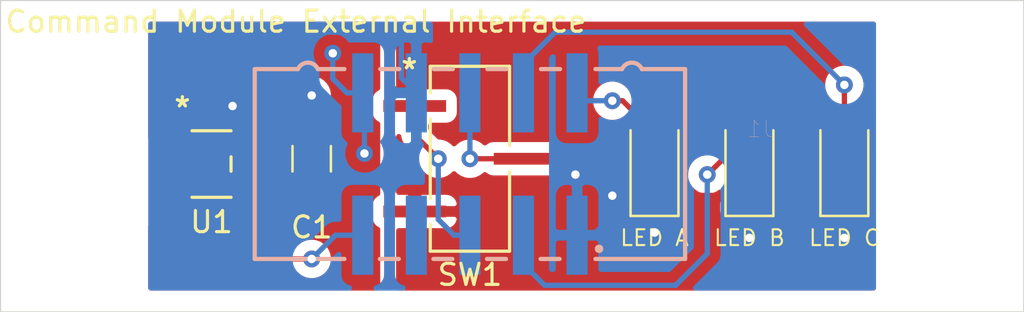
<source format=kicad_pcb>
(kicad_pcb (version 20171130) (host pcbnew "(5.1.4)-1")

  (general
    (thickness 1.6)
    (drawings 8)
    (tracks 89)
    (zones 0)
    (modules 9)
    (nets 12)
  )

  (page A4)
  (layers
    (0 F.Cu signal hide)
    (31 B.Cu signal hide)
    (32 B.Adhes user hide)
    (33 F.Adhes user)
    (34 B.Paste user hide)
    (35 F.Paste user)
    (36 B.SilkS user hide)
    (37 F.SilkS user)
    (38 B.Mask user hide)
    (39 F.Mask user)
    (40 Dwgs.User user hide)
    (41 Cmts.User user hide)
    (42 Eco1.User user)
    (43 Eco2.User user)
    (44 Edge.Cuts user)
    (45 Margin user)
    (46 B.CrtYd user hide)
    (47 F.CrtYd user)
    (48 B.Fab user)
    (49 F.Fab user hide)
  )

  (setup
    (last_trace_width 0.25)
    (trace_clearance 0.2)
    (zone_clearance 0.508)
    (zone_45_only no)
    (trace_min 0.2)
    (via_size 0.8)
    (via_drill 0.4)
    (via_min_size 0.4)
    (via_min_drill 0.3)
    (uvia_size 0.3)
    (uvia_drill 0.1)
    (uvias_allowed no)
    (uvia_min_size 0.2)
    (uvia_min_drill 0.1)
    (edge_width 0.05)
    (segment_width 0.2)
    (pcb_text_width 0.3)
    (pcb_text_size 1.5 1.5)
    (mod_edge_width 0.12)
    (mod_text_size 1 1)
    (mod_text_width 0.15)
    (pad_size 1.524 1.524)
    (pad_drill 0.762)
    (pad_to_mask_clearance 0.051)
    (solder_mask_min_width 0.25)
    (aux_axis_origin 0 0)
    (visible_elements 7FFFFFFF)
    (pcbplotparams
      (layerselection 0x010fc_ffffffff)
      (usegerberextensions false)
      (usegerberattributes false)
      (usegerberadvancedattributes false)
      (creategerberjobfile false)
      (excludeedgelayer true)
      (linewidth 0.100000)
      (plotframeref false)
      (viasonmask false)
      (mode 1)
      (useauxorigin false)
      (hpglpennumber 1)
      (hpglpenspeed 20)
      (hpglpendiameter 15.000000)
      (psnegative false)
      (psa4output false)
      (plotreference true)
      (plotvalue true)
      (plotinvisibletext false)
      (padsonsilk false)
      (subtractmaskfromsilk false)
      (outputformat 1)
      (mirror false)
      (drillshape 1)
      (scaleselection 1)
      (outputdirectory ""))
  )

  (net 0 "")
  (net 1 +3V3)
  (net 2 GNDS)
  (net 3 "Net-(D1-Pad2)")
  (net 4 GND)
  (net 5 "Net-(D2-Pad2)")
  (net 6 "Net-(D3-Pad2)")
  (net 7 +BATT)
  (net 8 "Net-(J1-Pad6)")
  (net 9 "Net-(J1-Pad7)")
  (net 10 /EXT_TEMP)
  (net 11 "Net-(U1-Pad3)")

  (net_class Default "This is the default net class."
    (clearance 0.2)
    (trace_width 0.25)
    (via_dia 0.8)
    (via_drill 0.4)
    (uvia_dia 0.3)
    (uvia_drill 0.1)
    (add_net +3V3)
    (add_net +BATT)
    (add_net /EXT_TEMP)
    (add_net GND)
    (add_net GNDS)
    (add_net "Net-(D1-Pad2)")
    (add_net "Net-(D2-Pad2)")
    (add_net "Net-(D3-Pad2)")
    (add_net "Net-(J1-Pad6)")
    (add_net "Net-(J1-Pad7)")
    (add_net "Net-(U1-Pad3)")
  )

  (module MountingHole:MountingHole_2.2mm_M2 (layer F.Cu) (tedit 56D1B4CB) (tstamp 5E9E7033)
    (at 107.75 57.5)
    (descr "Mounting Hole 2.2mm, no annular, M2")
    (tags "mounting hole 2.2mm no annular m2")
    (attr virtual)
    (fp_text reference REF** (at 0 -3.2) (layer F.SilkS) hide
      (effects (font (size 1 1) (thickness 0.15)))
    )
    (fp_text value MountingHole_2.2mm_M2 (at 0 3.2) (layer F.Fab) hide
      (effects (font (size 1 1) (thickness 0.15)))
    )
    (fp_text user %R (at 0.3 0) (layer F.Fab) hide
      (effects (font (size 1 1) (thickness 0.15)))
    )
    (fp_circle (center 0 0) (end 2.2 0) (layer Cmts.User) (width 0.15))
    (fp_circle (center 0 0) (end 2.45 0) (layer F.CrtYd) (width 0.05))
    (pad 1 np_thru_hole circle (at 0 0) (size 2.2 2.2) (drill 2.2) (layers *.Cu *.Mask))
  )

  (module MountingHole:MountingHole_2.2mm_M2 (layer F.Cu) (tedit 56D1B4CB) (tstamp 5E9E7017)
    (at 66.25 57.5)
    (descr "Mounting Hole 2.2mm, no annular, M2")
    (tags "mounting hole 2.2mm no annular m2")
    (attr virtual)
    (fp_text reference REF** (at 0 -3.2) (layer F.SilkS) hide
      (effects (font (size 1 1) (thickness 0.15)))
    )
    (fp_text value MountingHole_2.2mm_M2 (at 0 3.2) (layer F.Fab) hide
      (effects (font (size 1 1) (thickness 0.15)))
    )
    (fp_circle (center 0 0) (end 2.45 0) (layer F.CrtYd) (width 0.05))
    (fp_circle (center 0 0) (end 2.2 0) (layer Cmts.User) (width 0.15))
    (fp_text user %R (at 0.3 0) (layer F.Fab) hide
      (effects (font (size 1 1) (thickness 0.15)))
    )
    (pad 1 np_thru_hole circle (at 0 0) (size 2.2 2.2) (drill 2.2) (layers *.Cu *.Mask))
  )

  (module Capacitor_SMD:C_1206_3216Metric_Pad1.42x1.75mm_HandSolder (layer F.Cu) (tedit 5B301BBE) (tstamp 5E9E5AF0)
    (at 77.5 57.25 90)
    (descr "Capacitor SMD 1206 (3216 Metric), square (rectangular) end terminal, IPC_7351 nominal with elongated pad for handsoldering. (Body size source: http://www.tortai-tech.com/upload/download/2011102023233369053.pdf), generated with kicad-footprint-generator")
    (tags "capacitor handsolder")
    (path /5EA1CB96)
    (attr smd)
    (fp_text reference C1 (at -3.25 0) (layer F.SilkS)
      (effects (font (size 1 1) (thickness 0.15)))
    )
    (fp_text value "0.1 uF" (at 0 1.82 90) (layer F.Fab)
      (effects (font (size 1 1) (thickness 0.15)))
    )
    (fp_line (start -1.6 0.8) (end -1.6 -0.8) (layer F.Fab) (width 0.1))
    (fp_line (start -1.6 -0.8) (end 1.6 -0.8) (layer F.Fab) (width 0.1))
    (fp_line (start 1.6 -0.8) (end 1.6 0.8) (layer F.Fab) (width 0.1))
    (fp_line (start 1.6 0.8) (end -1.6 0.8) (layer F.Fab) (width 0.1))
    (fp_line (start -0.602064 -0.91) (end 0.602064 -0.91) (layer F.SilkS) (width 0.12))
    (fp_line (start -0.602064 0.91) (end 0.602064 0.91) (layer F.SilkS) (width 0.12))
    (fp_line (start -2.45 1.12) (end -2.45 -1.12) (layer F.CrtYd) (width 0.05))
    (fp_line (start -2.45 -1.12) (end 2.45 -1.12) (layer F.CrtYd) (width 0.05))
    (fp_line (start 2.45 -1.12) (end 2.45 1.12) (layer F.CrtYd) (width 0.05))
    (fp_line (start 2.45 1.12) (end -2.45 1.12) (layer F.CrtYd) (width 0.05))
    (fp_text user %R (at 0 0 90) (layer F.Fab)
      (effects (font (size 0.8 0.8) (thickness 0.12)))
    )
    (pad 1 smd roundrect (at -1.4875 0 90) (size 1.425 1.75) (layers F.Cu F.Paste F.Mask) (roundrect_rratio 0.175439)
      (net 1 +3V3))
    (pad 2 smd roundrect (at 1.4875 0 90) (size 1.425 1.75) (layers F.Cu F.Paste F.Mask) (roundrect_rratio 0.175439)
      (net 2 GNDS))
    (model ${KISYS3DMOD}/Capacitor_SMD.3dshapes/C_1206_3216Metric.wrl
      (at (xyz 0 0 0))
      (scale (xyz 1 1 1))
      (rotate (xyz 0 0 0))
    )
  )

  (module LED_SMD:LED_1206_3216Metric_Pad1.42x1.75mm_HandSolder (layer F.Cu) (tedit 5B4B45C9) (tstamp 5E9E5B03)
    (at 98.25 57.5 90)
    (descr "LED SMD 1206 (3216 Metric), square (rectangular) end terminal, IPC_7351 nominal, (Body size source: http://www.tortai-tech.com/upload/download/2011102023233369053.pdf), generated with kicad-footprint-generator")
    (tags "LED handsolder")
    (path /5EA0F2FE)
    (attr smd)
    (fp_text reference D1 (at 0 -1.82 90) (layer F.SilkS) hide
      (effects (font (size 1 1) (thickness 0.15)))
    )
    (fp_text value "LED B" (at -3.5 0) (layer F.SilkS)
      (effects (font (size 0.75 0.75) (thickness 0.1)))
    )
    (fp_text user %R (at 0 0 90) (layer F.Fab)
      (effects (font (size 0.8 0.8) (thickness 0.12)))
    )
    (fp_line (start 2.45 1.12) (end -2.45 1.12) (layer F.CrtYd) (width 0.05))
    (fp_line (start 2.45 -1.12) (end 2.45 1.12) (layer F.CrtYd) (width 0.05))
    (fp_line (start -2.45 -1.12) (end 2.45 -1.12) (layer F.CrtYd) (width 0.05))
    (fp_line (start -2.45 1.12) (end -2.45 -1.12) (layer F.CrtYd) (width 0.05))
    (fp_line (start -2.46 1.135) (end 1.6 1.135) (layer F.SilkS) (width 0.12))
    (fp_line (start -2.46 -1.135) (end -2.46 1.135) (layer F.SilkS) (width 0.12))
    (fp_line (start 1.6 -1.135) (end -2.46 -1.135) (layer F.SilkS) (width 0.12))
    (fp_line (start 1.6 0.8) (end 1.6 -0.8) (layer F.Fab) (width 0.1))
    (fp_line (start -1.6 0.8) (end 1.6 0.8) (layer F.Fab) (width 0.1))
    (fp_line (start -1.6 -0.4) (end -1.6 0.8) (layer F.Fab) (width 0.1))
    (fp_line (start -1.2 -0.8) (end -1.6 -0.4) (layer F.Fab) (width 0.1))
    (fp_line (start 1.6 -0.8) (end -1.2 -0.8) (layer F.Fab) (width 0.1))
    (pad 2 smd roundrect (at 1.4875 0 90) (size 1.425 1.75) (layers F.Cu F.Paste F.Mask) (roundrect_rratio 0.175439)
      (net 3 "Net-(D1-Pad2)"))
    (pad 1 smd roundrect (at -1.4875 0 90) (size 1.425 1.75) (layers F.Cu F.Paste F.Mask) (roundrect_rratio 0.175439)
      (net 4 GND))
    (model ${KISYS3DMOD}/LED_SMD.3dshapes/LED_1206_3216Metric.wrl
      (at (xyz 0 0 0))
      (scale (xyz 1 1 1))
      (rotate (xyz 0 0 0))
    )
  )

  (module LED_SMD:LED_1206_3216Metric_Pad1.42x1.75mm_HandSolder (layer F.Cu) (tedit 5B4B45C9) (tstamp 5E9E7071)
    (at 102.75 57.5 90)
    (descr "LED SMD 1206 (3216 Metric), square (rectangular) end terminal, IPC_7351 nominal, (Body size source: http://www.tortai-tech.com/upload/download/2011102023233369053.pdf), generated with kicad-footprint-generator")
    (tags "LED handsolder")
    (path /5EA13734)
    (attr smd)
    (fp_text reference D2 (at 0 -1.82 90) (layer F.Fab) hide
      (effects (font (size 1 1) (thickness 0.15)))
    )
    (fp_text value "LED C" (at -3.5 0) (layer F.SilkS)
      (effects (font (size 0.75 0.75) (thickness 0.1)))
    )
    (fp_line (start 1.6 -0.8) (end -1.2 -0.8) (layer F.Fab) (width 0.1))
    (fp_line (start -1.2 -0.8) (end -1.6 -0.4) (layer F.Fab) (width 0.1))
    (fp_line (start -1.6 -0.4) (end -1.6 0.8) (layer F.Fab) (width 0.1))
    (fp_line (start -1.6 0.8) (end 1.6 0.8) (layer F.Fab) (width 0.1))
    (fp_line (start 1.6 0.8) (end 1.6 -0.8) (layer F.Fab) (width 0.1))
    (fp_line (start 1.6 -1.135) (end -2.46 -1.135) (layer F.SilkS) (width 0.12))
    (fp_line (start -2.46 -1.135) (end -2.46 1.135) (layer F.SilkS) (width 0.12))
    (fp_line (start -2.46 1.135) (end 1.6 1.135) (layer F.SilkS) (width 0.12))
    (fp_line (start -2.45 1.12) (end -2.45 -1.12) (layer F.CrtYd) (width 0.05))
    (fp_line (start -2.45 -1.12) (end 2.45 -1.12) (layer F.CrtYd) (width 0.05))
    (fp_line (start 2.45 -1.12) (end 2.45 1.12) (layer F.CrtYd) (width 0.05))
    (fp_line (start 2.45 1.12) (end -2.45 1.12) (layer F.CrtYd) (width 0.05))
    (fp_text user %R (at 0 0 90) (layer F.Fab)
      (effects (font (size 0.8 0.8) (thickness 0.12)))
    )
    (pad 1 smd roundrect (at -1.4875 0 90) (size 1.425 1.75) (layers F.Cu F.Paste F.Mask) (roundrect_rratio 0.175439)
      (net 4 GND))
    (pad 2 smd roundrect (at 1.4875 0 90) (size 1.425 1.75) (layers F.Cu F.Paste F.Mask) (roundrect_rratio 0.175439)
      (net 5 "Net-(D2-Pad2)"))
    (model ${KISYS3DMOD}/LED_SMD.3dshapes/LED_1206_3216Metric.wrl
      (at (xyz 0 0 0))
      (scale (xyz 1 1 1))
      (rotate (xyz 0 0 0))
    )
  )

  (module LED_SMD:LED_1206_3216Metric_Pad1.42x1.75mm_HandSolder (layer F.Cu) (tedit 5B4B45C9) (tstamp 5E9E5B29)
    (at 93.75 57.5 90)
    (descr "LED SMD 1206 (3216 Metric), square (rectangular) end terminal, IPC_7351 nominal, (Body size source: http://www.tortai-tech.com/upload/download/2011102023233369053.pdf), generated with kicad-footprint-generator")
    (tags "LED handsolder")
    (path /5EA0C17B)
    (attr smd)
    (fp_text reference D3 (at 0 -1.82 90) (layer F.SilkS) hide
      (effects (font (size 1 1) (thickness 0.15)))
    )
    (fp_text value "LED A" (at -3.5 0) (layer F.SilkS)
      (effects (font (size 0.75 0.75) (thickness 0.1)))
    )
    (fp_line (start 1.6 -0.8) (end -1.2 -0.8) (layer F.Fab) (width 0.1))
    (fp_line (start -1.2 -0.8) (end -1.6 -0.4) (layer F.Fab) (width 0.1))
    (fp_line (start -1.6 -0.4) (end -1.6 0.8) (layer F.Fab) (width 0.1))
    (fp_line (start -1.6 0.8) (end 1.6 0.8) (layer F.Fab) (width 0.1))
    (fp_line (start 1.6 0.8) (end 1.6 -0.8) (layer F.Fab) (width 0.1))
    (fp_line (start 1.6 -1.135) (end -2.46 -1.135) (layer F.SilkS) (width 0.12))
    (fp_line (start -2.46 -1.135) (end -2.46 1.135) (layer F.SilkS) (width 0.12))
    (fp_line (start -2.46 1.135) (end 1.6 1.135) (layer F.SilkS) (width 0.12))
    (fp_line (start -2.45 1.12) (end -2.45 -1.12) (layer F.CrtYd) (width 0.05))
    (fp_line (start -2.45 -1.12) (end 2.45 -1.12) (layer F.CrtYd) (width 0.05))
    (fp_line (start 2.45 -1.12) (end 2.45 1.12) (layer F.CrtYd) (width 0.05))
    (fp_line (start 2.45 1.12) (end -2.45 1.12) (layer F.CrtYd) (width 0.05))
    (fp_text user %R (at 0 0 90) (layer F.Fab)
      (effects (font (size 0.8 0.8) (thickness 0.12)))
    )
    (pad 1 smd roundrect (at -1.4875 0 90) (size 1.425 1.75) (layers F.Cu F.Paste F.Mask) (roundrect_rratio 0.175439)
      (net 4 GND))
    (pad 2 smd roundrect (at 1.4875 0 90) (size 1.425 1.75) (layers F.Cu F.Paste F.Mask) (roundrect_rratio 0.175439)
      (net 6 "Net-(D3-Pad2)"))
    (model ${KISYS3DMOD}/LED_SMD.3dshapes/LED_1206_3216Metric.wrl
      (at (xyz 0 0 0))
      (scale (xyz 1 1 1))
      (rotate (xyz 0 0 0))
    )
  )

  (module JS102011SCQN:JS102011SCQN (layer F.Cu) (tedit 0) (tstamp 5E9E5B89)
    (at 85 57.25)
    (path /5EA16255)
    (fp_text reference SW1 (at 0 5.5) (layer F.SilkS)
      (effects (font (size 1 1) (thickness 0.15)))
    )
    (fp_text value SW_SPDT (at 0 5.75) (layer F.Fab) hide
      (effects (font (size 1 1) (thickness 0.15)))
    )
    (fp_text user "Copyright 2016 Accelerated Designs. All rights reserved." (at 0 0) (layer Cmts.User)
      (effects (font (size 0.127 0.127) (thickness 0.002)))
    )
    (fp_text user * (at -2.8702 -4.2018) (layer F.SilkS)
      (effects (font (size 1 1) (thickness 0.15)))
    )
    (fp_text user * (at -1.3716 -2.6778) (layer F.Fab)
      (effects (font (size 1 1) (thickness 0.15)))
    )
    (fp_text user 0.098in/2.5mm (at -5.6642 -1.25) (layer Dwgs.User)
      (effects (font (size 1 1) (thickness 0.15)))
    )
    (fp_text user 0.022in/0.559mm (at 5.6642 -2.5) (layer Dwgs.User)
      (effects (font (size 1 1) (thickness 0.15)))
    )
    (fp_text user 0.206in/5.232mm (at 0 -6.6675) (layer Dwgs.User)
      (effects (font (size 1 1) (thickness 0.15)))
    )
    (fp_text user 0.117in/2.972mm (at -2.6162 6.6675) (layer Dwgs.User)
      (effects (font (size 1 1) (thickness 0.15)))
    )
    (fp_text user * (at -1.3716 -2.6778) (layer F.Fab)
      (effects (font (size 1 1) (thickness 0.15)))
    )
    (fp_text user * (at -2.8702 -4.2018) (layer F.SilkS)
      (effects (font (size 1 1) (thickness 0.15)))
    )
    (fp_line (start -1.7526 -2.246) (end -1.7526 -2.754) (layer F.Fab) (width 0.1524))
    (fp_line (start -1.7526 -2.754) (end -3.7465 -2.754) (layer F.Fab) (width 0.1524))
    (fp_line (start -3.7465 -2.754) (end -3.7465 -2.246) (layer F.Fab) (width 0.1524))
    (fp_line (start -3.7465 -2.246) (end -1.7526 -2.246) (layer F.Fab) (width 0.1524))
    (fp_line (start -1.7526 2.754) (end -1.7526 2.246) (layer F.Fab) (width 0.1524))
    (fp_line (start -1.7526 2.246) (end -3.7465 2.246) (layer F.Fab) (width 0.1524))
    (fp_line (start -3.7465 2.246) (end -3.7465 2.754) (layer F.Fab) (width 0.1524))
    (fp_line (start -3.7465 2.754) (end -1.7526 2.754) (layer F.Fab) (width 0.1524))
    (fp_line (start 1.7526 -0.254) (end 1.7526 0.254) (layer F.Fab) (width 0.1524))
    (fp_line (start 1.7526 0.254) (end 3.7465 0.254) (layer F.Fab) (width 0.1524))
    (fp_line (start 3.7465 0.254) (end 3.7465 -0.254) (layer F.Fab) (width 0.1524))
    (fp_line (start 3.7465 -0.254) (end 1.7526 -0.254) (layer F.Fab) (width 0.1524))
    (fp_line (start -0.8001 0.8001) (end -0.8001 -0.8001) (layer F.Fab) (width 0.1524))
    (fp_line (start -0.8001 -0.8001) (end 0.8001 -0.8001) (layer F.Fab) (width 0.1524))
    (fp_line (start 0.8001 -0.8001) (end 0.8001 0.8001) (layer F.Fab) (width 0.1524))
    (fp_line (start 0.8001 0.8001) (end -0.8001 0.8001) (layer F.Fab) (width 0.1524))
    (fp_line (start -1.8796 4.3815) (end 1.8796 4.3815) (layer F.SilkS) (width 0.1524))
    (fp_line (start 1.8796 4.3815) (end 1.8796 0.61214) (layer F.SilkS) (width 0.1524))
    (fp_line (start 1.8796 -4.3815) (end -1.8796 -4.3815) (layer F.SilkS) (width 0.1524))
    (fp_line (start -1.8796 -4.3815) (end -1.8796 -3.11214) (layer F.SilkS) (width 0.1524))
    (fp_line (start -1.7526 4.2545) (end 1.7526 4.2545) (layer F.Fab) (width 0.1524))
    (fp_line (start 1.7526 4.2545) (end 1.7526 -4.2545) (layer F.Fab) (width 0.1524))
    (fp_line (start 1.7526 -4.2545) (end -1.7526 -4.2545) (layer F.Fab) (width 0.1524))
    (fp_line (start -1.7526 -4.2545) (end -1.7526 4.2545) (layer F.Fab) (width 0.1524))
    (fp_line (start -1.8796 -1.88786) (end -1.8796 1.88786) (layer F.SilkS) (width 0.1524))
    (fp_line (start -1.8796 3.11214) (end -1.8796 4.3815) (layer F.SilkS) (width 0.1524))
    (fp_line (start 1.8796 -0.61214) (end 1.8796 -4.3815) (layer F.SilkS) (width 0.1524))
    (fp_line (start -2.0066 4.5085) (end -2.0066 3.008) (layer F.CrtYd) (width 0.1524))
    (fp_line (start -2.0066 3.008) (end -4.2545 3.008) (layer F.CrtYd) (width 0.1524))
    (fp_line (start -4.2545 3.008) (end -4.2545 -3.008) (layer F.CrtYd) (width 0.1524))
    (fp_line (start -4.2545 -3.008) (end -2.0066 -3.008) (layer F.CrtYd) (width 0.1524))
    (fp_line (start -2.0066 -3.008) (end -2.0066 -4.5085) (layer F.CrtYd) (width 0.1524))
    (fp_line (start -2.0066 -4.5085) (end 2.0066 -4.5085) (layer F.CrtYd) (width 0.1524))
    (fp_line (start 2.0066 -4.5085) (end 2.0066 -3.008) (layer F.CrtYd) (width 0.1524))
    (fp_line (start 2.0066 -3.008) (end 4.2545 -3.008) (layer F.CrtYd) (width 0.1524))
    (fp_line (start 4.2545 -3.008) (end 4.2545 3.008) (layer F.CrtYd) (width 0.1524))
    (fp_line (start 4.2545 3.008) (end 2.0066 3.008) (layer F.CrtYd) (width 0.1524))
    (fp_line (start 2.0066 3.008) (end 2.0066 4.5085) (layer F.CrtYd) (width 0.1524))
    (fp_line (start 2.0066 4.5085) (end -2.0066 4.5085) (layer F.CrtYd) (width 0.1524))
    (fp_arc (start 0 -4.2545) (end 0.3048 -4.2545) (angle 180) (layer F.Fab) (width 0.1524))
    (pad 1 smd rect (at -2.6162 -2.5) (size 2.9718 0.5588) (layers F.Cu F.Paste F.Mask)
      (net 7 +BATT))
    (pad 3 smd rect (at -2.6162 2.5) (size 2.9718 0.5588) (layers F.Cu F.Paste F.Mask)
      (net 4 GND))
    (pad 2 smd rect (at 2.6162 0) (size 2.9718 0.5588) (layers F.Cu F.Paste F.Mask)
      (net 8 "Net-(J1-Pad6)"))
  )

  (module TMP36GRTZ-SOT23:TMP36GRTZ-SOT23 (layer F.Cu) (tedit 0) (tstamp 5E9E5BC2)
    (at 72.75 57.5)
    (path /5EA1BE4A)
    (fp_text reference U1 (at 0 2.75) (layer F.SilkS)
      (effects (font (size 1 1) (thickness 0.15)))
    )
    (fp_text value TMP36GRTZ-REEL7 (at 0 2.669799) (layer F.Fab) hide
      (effects (font (size 1 1) (thickness 0.15)))
    )
    (fp_text user "Copyright 2016 Accelerated Designs. All rights reserved." (at 0 0) (layer Cmts.User) hide
      (effects (font (size 0.127 0.127) (thickness 0.002)))
    )
    (fp_text user * (at -1.379 -2.6438) (layer F.SilkS)
      (effects (font (size 1 1) (thickness 0.15)))
    )
    (fp_text user * (at -0.546 -1.6786) (layer F.Fab)
      (effects (font (size 1 1) (thickness 0.15)))
    )
    (fp_text user 0.089in/2.25mm (at 0 -5.767999) (layer Dwgs.User)
      (effects (font (size 1 1) (thickness 0.15)))
    )
    (fp_text user 0.037in/0.95mm (at -4.173 -0.475) (layer Dwgs.User)
      (effects (font (size 1 1) (thickness 0.15)))
    )
    (fp_text user 0.058in/1.461mm (at -1.125 3.862999) (layer Dwgs.User)
      (effects (font (size 1 1) (thickness 0.15)))
    )
    (fp_text user * (at -0.546 -1.6786) (layer F.Fab)
      (effects (font (size 1 1) (thickness 0.15)))
    )
    (fp_text user * (at -1.379 -2.6438) (layer F.SilkS)
      (effects (font (size 1 1) (thickness 0.15)))
    )
    (fp_line (start -0.927 1.577) (end 0.927 1.577) (layer F.SilkS) (width 0.1524))
    (fp_line (start 0.927 0.341861) (end 0.927 -0.341861) (layer F.SilkS) (width 0.1524))
    (fp_line (start 0.927 -1.577) (end -0.927 -1.577) (layer F.SilkS) (width 0.1524))
    (fp_line (start -0.8 1.45) (end 0.8 1.45) (layer F.Fab) (width 0.1524))
    (fp_line (start 0.8 1.45) (end 0.8 -1.45) (layer F.Fab) (width 0.1524))
    (fp_line (start 0.8 -1.45) (end -0.8 -1.45) (layer F.Fab) (width 0.1524))
    (fp_line (start -0.8 -1.45) (end -0.8 1.45) (layer F.Fab) (width 0.1524))
    (fp_line (start -0.8 -0.7) (end -0.8 -1.2) (layer F.Fab) (width 0.1524))
    (fp_line (start -0.8 -1.2) (end -1.499999 -1.2) (layer F.Fab) (width 0.1524))
    (fp_line (start -1.499999 -1.2) (end -1.499999 -0.7) (layer F.Fab) (width 0.1524))
    (fp_line (start -1.499999 -0.7) (end -0.8 -0.7) (layer F.Fab) (width 0.1524))
    (fp_line (start -0.8 0.25) (end -0.8 -0.25) (layer F.Fab) (width 0.1524))
    (fp_line (start -0.8 -0.25) (end -1.499999 -0.25) (layer F.Fab) (width 0.1524))
    (fp_line (start -1.499999 -0.25) (end -1.499999 0.25) (layer F.Fab) (width 0.1524))
    (fp_line (start -1.499999 0.25) (end -0.8 0.25) (layer F.Fab) (width 0.1524))
    (fp_line (start -0.8 1.2) (end -0.8 0.7) (layer F.Fab) (width 0.1524))
    (fp_line (start -0.8 0.7) (end -1.499999 0.7) (layer F.Fab) (width 0.1524))
    (fp_line (start -1.499999 0.7) (end -1.499999 1.2) (layer F.Fab) (width 0.1524))
    (fp_line (start -1.499999 1.2) (end -0.8 1.2) (layer F.Fab) (width 0.1524))
    (fp_line (start 0.8 0.7) (end 0.8 1.2) (layer F.Fab) (width 0.1524))
    (fp_line (start 0.8 1.2) (end 1.499999 1.2) (layer F.Fab) (width 0.1524))
    (fp_line (start 1.499999 1.2) (end 1.499999 0.7) (layer F.Fab) (width 0.1524))
    (fp_line (start 1.499999 0.7) (end 0.8 0.7) (layer F.Fab) (width 0.1524))
    (fp_line (start 0.8 -1.2) (end 0.8 -0.7) (layer F.Fab) (width 0.1524))
    (fp_line (start 0.8 -0.7) (end 1.499999 -0.7) (layer F.Fab) (width 0.1524))
    (fp_line (start 1.499999 -0.7) (end 1.499999 -1.2) (layer F.Fab) (width 0.1524))
    (fp_line (start 1.499999 -1.2) (end 0.8 -1.2) (layer F.Fab) (width 0.1524))
    (fp_line (start -1.054 1.704) (end -1.054 1.331) (layer F.CrtYd) (width 0.1524))
    (fp_line (start -1.054 1.331) (end -1.881 1.331) (layer F.CrtYd) (width 0.1524))
    (fp_line (start -1.881 1.331) (end -1.881 -1.331) (layer F.CrtYd) (width 0.1524))
    (fp_line (start -1.881 -1.331) (end -1.054 -1.331) (layer F.CrtYd) (width 0.1524))
    (fp_line (start -1.054 -1.331) (end -1.054 -1.704) (layer F.CrtYd) (width 0.1524))
    (fp_line (start -1.054 -1.704) (end 1.054 -1.704) (layer F.CrtYd) (width 0.1524))
    (fp_line (start 1.054 -1.704) (end 1.054 -1.331) (layer F.CrtYd) (width 0.1524))
    (fp_line (start 1.054 -1.331) (end 1.881 -1.331) (layer F.CrtYd) (width 0.1524))
    (fp_line (start 1.881 -1.331) (end 1.881 1.331) (layer F.CrtYd) (width 0.1524))
    (fp_line (start 1.881 1.331) (end 1.054 1.331) (layer F.CrtYd) (width 0.1524))
    (fp_line (start 1.054 1.331) (end 1.054 1.704) (layer F.CrtYd) (width 0.1524))
    (fp_line (start 1.054 1.704) (end -1.054 1.704) (layer F.CrtYd) (width 0.1524))
    (fp_arc (start 0 -1.45) (end 0.3048 -1.45) (angle 180) (layer F.Fab) (width 0.1524))
    (pad 1 smd rect (at -1.124999 -0.950001) (size 1.4612 0.5508) (layers F.Cu F.Paste F.Mask)
      (net 10 /EXT_TEMP))
    (pad 2 smd rect (at -1.124999 0) (size 1.4612 0.5508) (layers F.Cu F.Paste F.Mask)
      (net 1 +3V3))
    (pad 3 smd rect (at -1.124999 0.950001) (size 1.4612 0.5508) (layers F.Cu F.Paste F.Mask)
      (net 11 "Net-(U1-Pad3)"))
    (pad 4 smd rect (at 1.124999 0.950001) (size 1.4612 0.5508) (layers F.Cu F.Paste F.Mask)
      (net 1 +3V3))
    (pad 5 smd rect (at 1.124999 -0.950001) (size 1.4612 0.5508) (layers F.Cu F.Paste F.Mask)
      (net 2 GNDS))
  )

  (module WurthElektronik_61201020621:61201020621 (layer B.Cu) (tedit 5E9E1F5C) (tstamp 5E9E62F6)
    (at 85 57.5 180)
    (descr "<b>WR-BHD</B><BR>2.54 mm Male SMT Box Header,10 pins")
    (path /5E9FF429)
    (fp_text reference J1 (at -13.775 1.658) (layer B.SilkS)
      (effects (font (size 0.8 0.8) (thickness 0.015)) (justify mirror))
    )
    (fp_text value "IDC Header" (at -16.658 -1.312) (layer B.Fab) hide
      (effects (font (size 0.8 0.8) (thickness 0.015)) (justify mirror))
    )
    (fp_line (start -10.1 4.4) (end -10.1 -4.4) (layer B.Fab) (width 0.1))
    (fp_line (start -10.1 -4.4) (end 10.1 -4.4) (layer B.Fab) (width 0.1))
    (fp_line (start 10.1 -4.4) (end 10.1 4.4) (layer B.Fab) (width 0.1))
    (fp_line (start 10.1 4.4) (end 8.08 4.4) (layer B.Fab) (width 0.1))
    (fp_line (start 7.29 4.4) (end -7.28 4.4) (layer B.Fab) (width 0.1))
    (fp_line (start -8.07 4.4) (end -10.1 4.4) (layer B.Fab) (width 0.1))
    (fp_arc (start -7.675 4.295017) (end -7.28 4.4) (angle 150.232) (layer B.Fab) (width 0.1))
    (fp_arc (start -7.675 4.295017) (end -7.28 4.4) (angle 150.232) (layer B.Fab) (width 0.1))
    (fp_arc (start 7.685 4.295017) (end 8.08 4.4) (angle 150.232) (layer B.Fab) (width 0.1))
    (fp_line (start -8.15 4.5) (end -10.2 4.5) (layer B.SilkS) (width 0.2))
    (fp_line (start -10.2 4.5) (end -10.2 -4.5) (layer B.SilkS) (width 0.2))
    (fp_line (start -10.2 -4.5) (end -5.95 -4.5) (layer B.SilkS) (width 0.2))
    (fp_line (start -5.95 4.5) (end -7.21 4.5) (layer B.SilkS) (width 0.2))
    (fp_line (start 8.15 4.5) (end 10.2 4.5) (layer B.SilkS) (width 0.2))
    (fp_line (start 10.2 4.5) (end 10.2 -4.5) (layer B.SilkS) (width 0.2))
    (fp_line (start 10.2 -4.5) (end 5.95 -4.5) (layer B.SilkS) (width 0.2))
    (fp_line (start 5.95 4.5) (end 7.21 4.5) (layer B.SilkS) (width 0.2))
    (fp_arc (start -7.68 4.29) (end -7.21 4.5) (angle 131.849) (layer B.SilkS) (width 0.2))
    (fp_arc (start 7.68 4.29) (end 8.15 4.5) (angle 131.849) (layer B.SilkS) (width 0.2))
    (fp_line (start -4.25 -4.5) (end -3.35 -4.5) (layer B.SilkS) (width 0.2))
    (fp_line (start -1.71 -4.5) (end -0.81 -4.5) (layer B.SilkS) (width 0.2))
    (fp_line (start 0.83 -4.5) (end 1.73 -4.5) (layer B.SilkS) (width 0.2))
    (fp_line (start 3.37 -4.5) (end 4.27 -4.5) (layer B.SilkS) (width 0.2))
    (fp_line (start 4.25 4.5) (end 3.35 4.5) (layer B.SilkS) (width 0.2))
    (fp_line (start 1.71 4.5) (end 0.81 4.5) (layer B.SilkS) (width 0.2))
    (fp_line (start -0.83 4.5) (end -1.73 4.5) (layer B.SilkS) (width 0.2))
    (fp_line (start -3.37 4.5) (end -4.27 4.5) (layer B.SilkS) (width 0.2))
    (fp_poly (pts (xy -10.4 5.45) (xy 10.4 5.45) (xy 10.4 -5.45) (xy -10.4 -5.45)) (layer B.CrtYd) (width 0.1))
    (fp_circle (center -6.12 -4.02) (end -6.02 -4.02) (layer B.SilkS) (width 0.2))
    (pad 1 smd rect (at -5.08 -3.375 180) (size 1 3.75) (layers B.Cu B.Paste B.Mask)
      (net 4 GND))
    (pad 2 smd rect (at -5.08 3.375 180) (size 1 3.75) (layers B.Cu B.Paste B.Mask)
      (net 6 "Net-(D3-Pad2)"))
    (pad 3 smd rect (at -2.54 -3.375 180) (size 1 3.75) (layers B.Cu B.Paste B.Mask)
      (net 3 "Net-(D1-Pad2)"))
    (pad 4 smd rect (at -2.54 3.375 180) (size 1 3.75) (layers B.Cu B.Paste B.Mask)
      (net 5 "Net-(D2-Pad2)"))
    (pad 5 smd rect (at 0 -3.375 180) (size 1 3.75) (layers B.Cu B.Paste B.Mask)
      (net 7 +BATT))
    (pad 6 smd rect (at 0 3.375 180) (size 1 3.75) (layers B.Cu B.Paste B.Mask)
      (net 8 "Net-(J1-Pad6)"))
    (pad 7 smd rect (at 2.54 -3.375 180) (size 1 3.75) (layers B.Cu B.Paste B.Mask)
      (net 9 "Net-(J1-Pad7)"))
    (pad 8 smd rect (at 2.54 3.375 180) (size 1 3.75) (layers B.Cu B.Paste B.Mask)
      (net 2 GNDS))
    (pad 9 smd rect (at 5.08 -3.375 180) (size 1 3.75) (layers B.Cu B.Paste B.Mask)
      (net 10 /EXT_TEMP))
    (pad 10 smd rect (at 5.08 3.375 180) (size 1 3.75) (layers B.Cu B.Paste B.Mask)
      (net 1 +3V3))
  )

  (gr_text "Command Module External Interface" (at 76.75 50.75) (layer F.SilkS)
    (effects (font (size 1 1) (thickness 0.15)))
  )
  (gr_line (start 111.25 64.5) (end 111.25 64.25) (layer Edge.Cuts) (width 0.05) (tstamp 5E9E70D3))
  (gr_line (start 62.75 64.5) (end 111.25 64.5) (layer Edge.Cuts) (width 0.05))
  (gr_line (start 62.75 64.25) (end 62.75 64.5) (layer Edge.Cuts) (width 0.05))
  (gr_line (start 62.75 64.25) (end 62.75 57.5) (layer Edge.Cuts) (width 0.05) (tstamp 5E9E70C2))
  (gr_line (start 111.25 49.75) (end 111.25 64.25) (layer Edge.Cuts) (width 0.05))
  (gr_line (start 62.75 49.75) (end 111.25 49.75) (layer Edge.Cuts) (width 0.05))
  (gr_line (start 62.75 57.5) (end 62.75 49.75) (layer Edge.Cuts) (width 0.05))

  (segment (start 77.212501 58.450001) (end 77.5 58.7375) (width 0.25) (layer F.Cu) (net 1))
  (segment (start 73.874999 57.924601) (end 73.874999 58.450001) (width 0.25) (layer F.Cu) (net 1))
  (segment (start 73.450398 57.5) (end 73.874999 57.924601) (width 0.25) (layer F.Cu) (net 1))
  (segment (start 71.625001 57.5) (end 73.450398 57.5) (width 0.25) (layer F.Cu) (net 1))
  (via (at 80 57) (size 0.8) (drill 0.4) (layers F.Cu B.Cu) (net 1))
  (segment (start 77.5 58.7375) (end 79.2375 57) (width 0.25) (layer F.Cu) (net 1))
  (segment (start 79.2375 57) (end 80 57) (width 0.25) (layer F.Cu) (net 1))
  (segment (start 80 54.205) (end 79.92 54.125) (width 0.25) (layer B.Cu) (net 1))
  (segment (start 80 57) (end 80 54.205) (width 0.25) (layer B.Cu) (net 1))
  (via (at 78.5 52.25) (size 0.8) (drill 0.4) (layers F.Cu B.Cu) (net 1))
  (segment (start 78.5 53.455) (end 78.5 52.25) (width 0.25) (layer B.Cu) (net 1))
  (segment (start 79.92 54.125) (end 79.17 54.125) (width 0.25) (layer B.Cu) (net 1))
  (segment (start 79.17 54.125) (end 78.5 53.455) (width 0.25) (layer B.Cu) (net 1))
  (segment (start 77.934315 52.25) (end 78.5 52.25) (width 0.25) (layer F.Cu) (net 1))
  (segment (start 75.549999 54.634316) (end 77.934315 52.25) (width 0.25) (layer F.Cu) (net 1))
  (segment (start 75.549999 58.450001) (end 75.549999 54.634316) (width 0.25) (layer F.Cu) (net 1))
  (segment (start 75.549999 58.450001) (end 77.212501 58.450001) (width 0.25) (layer F.Cu) (net 1))
  (segment (start 73.874999 58.450001) (end 75.549999 58.450001) (width 0.25) (layer F.Cu) (net 1))
  (segment (start 81.75 53.415) (end 82.46 54.125) (width 0.25) (layer B.Cu) (net 2))
  (segment (start 81.75 51.25) (end 81.75 53.415) (width 0.25) (layer B.Cu) (net 2))
  (via (at 77.5 54.25) (size 0.8) (drill 0.4) (layers F.Cu B.Cu) (net 2))
  (segment (start 77.5 55.7625) (end 77.5 54.25) (width 0.25) (layer F.Cu) (net 2))
  (segment (start 77.5 54.25) (end 77.5 53.25) (width 0.25) (layer B.Cu) (net 2))
  (segment (start 79.5 51.25) (end 81.75 51.25) (width 0.25) (layer B.Cu) (net 2))
  (via (at 73.75 54.75) (size 0.8) (drill 0.4) (layers F.Cu B.Cu) (net 2))
  (segment (start 73.874999 56.549999) (end 73.874999 54.874999) (width 0.25) (layer F.Cu) (net 2))
  (segment (start 73.874999 54.874999) (end 73.75 54.75) (width 0.25) (layer F.Cu) (net 2))
  (segment (start 77.25 51.25) (end 79.5 51.25) (width 0.25) (layer B.Cu) (net 2))
  (segment (start 77.5 53.25) (end 75.25 53.25) (width 0.25) (layer B.Cu) (net 2))
  (segment (start 73.75 54.75) (end 75.25 53.25) (width 0.25) (layer B.Cu) (net 2))
  (segment (start 75.25 53.25) (end 77.25 51.25) (width 0.25) (layer B.Cu) (net 2))
  (via (at 96.25 58) (size 0.8) (drill 0.4) (layers F.Cu B.Cu) (net 3))
  (segment (start 98.25 56.0125) (end 96.2625 58) (width 0.25) (layer F.Cu) (net 3))
  (segment (start 96.2625 58) (end 96.25 58) (width 0.25) (layer F.Cu) (net 3))
  (segment (start 96.25 58) (end 96.25 61.75) (width 0.25) (layer B.Cu) (net 3))
  (segment (start 96.25 61.75) (end 94.75 63.25) (width 0.25) (layer B.Cu) (net 3))
  (segment (start 87.54 62.25) (end 87.54 60.875) (width 0.25) (layer B.Cu) (net 3))
  (segment (start 88.54 63.25) (end 87.54 62.25) (width 0.25) (layer B.Cu) (net 3))
  (segment (start 94.75 63.25) (end 88.54 63.25) (width 0.25) (layer B.Cu) (net 3))
  (segment (start 102.75 58.9875) (end 98.25 58.9875) (width 0.25) (layer F.Cu) (net 4))
  (segment (start 98.25 58.9875) (end 93.75 58.9875) (width 0.25) (layer F.Cu) (net 4))
  (via (at 93.75 60.75) (size 0.8) (drill 0.4) (layers F.Cu B.Cu) (net 4))
  (segment (start 90.08 60.875) (end 93.625 60.875) (width 0.25) (layer B.Cu) (net 4))
  (segment (start 93.625 60.875) (end 93.75 60.75) (width 0.25) (layer B.Cu) (net 4))
  (segment (start 93.75 60.75) (end 93.75 58.9875) (width 0.25) (layer F.Cu) (net 4))
  (via (at 91.75 59) (size 0.8) (drill 0.4) (layers F.Cu B.Cu) (net 4))
  (segment (start 91.75 59.565685) (end 91.75 59) (width 0.25) (layer B.Cu) (net 4))
  (segment (start 91.75 59.955) (end 91.75 59.565685) (width 0.25) (layer B.Cu) (net 4))
  (segment (start 90.83 60.875) (end 91.75 59.955) (width 0.25) (layer B.Cu) (net 4))
  (segment (start 90.08 60.875) (end 90.83 60.875) (width 0.25) (layer B.Cu) (net 4))
  (via (at 90 58) (size 0.8) (drill 0.4) (layers F.Cu B.Cu) (net 4) (tstamp 5E9E6E9C))
  (segment (start 90 60.795) (end 90.08 60.875) (width 0.25) (layer B.Cu) (net 4))
  (segment (start 90 58) (end 90 60.795) (width 0.25) (layer B.Cu) (net 4))
  (via (at 98.25 61) (size 0.8) (drill 0.4) (layers F.Cu B.Cu) (net 4))
  (segment (start 98.25 58.9875) (end 98.25 61) (width 0.25) (layer F.Cu) (net 4))
  (segment (start 102.75 58.9875) (end 102.75 61) (width 0.25) (layer F.Cu) (net 4))
  (via (at 102.75 61) (size 0.8) (drill 0.4) (layers F.Cu B.Cu) (net 4))
  (segment (start 87.54 52.75) (end 89.04 51.25) (width 0.25) (layer B.Cu) (net 5))
  (segment (start 87.54 54.125) (end 87.54 52.75) (width 0.25) (layer B.Cu) (net 5))
  (segment (start 89.04 51.25) (end 100.25 51.25) (width 0.25) (layer B.Cu) (net 5))
  (via (at 102.75 53.75) (size 0.8) (drill 0.4) (layers F.Cu B.Cu) (net 5))
  (segment (start 100.25 51.25) (end 102.75 53.75) (width 0.25) (layer B.Cu) (net 5))
  (segment (start 102.75 53.75) (end 102.75 56.0125) (width 0.25) (layer F.Cu) (net 5))
  (via (at 91.75 54.5) (size 0.8) (drill 0.4) (layers F.Cu B.Cu) (net 6))
  (segment (start 93.75 56.0125) (end 92.2375 54.5) (width 0.25) (layer F.Cu) (net 6))
  (segment (start 92.2375 54.5) (end 91.75 54.5) (width 0.25) (layer F.Cu) (net 6))
  (segment (start 90.455 54.5) (end 90.08 54.125) (width 0.25) (layer B.Cu) (net 6))
  (segment (start 91.75 54.5) (end 90.455 54.5) (width 0.25) (layer B.Cu) (net 6))
  (via (at 83.5 57.25) (size 0.8) (drill 0.4) (layers F.Cu B.Cu) (net 7))
  (segment (start 82.3838 54.75) (end 83.5903 54.75) (width 0.25) (layer F.Cu) (net 7))
  (segment (start 84.75 60.625) (end 85 60.875) (width 0.25) (layer B.Cu) (net 7))
  (segment (start 82.3838 56.1338) (end 83.5 57.25) (width 0.25) (layer F.Cu) (net 7))
  (segment (start 82.3838 54.75) (end 82.3838 56.1338) (width 0.25) (layer F.Cu) (net 7))
  (segment (start 84.25 60.875) (end 85 60.875) (width 0.25) (layer B.Cu) (net 7))
  (segment (start 83.5 60.125) (end 84.25 60.875) (width 0.25) (layer B.Cu) (net 7))
  (segment (start 83.5 57.25) (end 83.5 60.125) (width 0.25) (layer B.Cu) (net 7))
  (via (at 85 57.25) (size 0.8) (drill 0.4) (layers F.Cu B.Cu) (net 8))
  (segment (start 85 54.125) (end 85 57.25) (width 0.25) (layer B.Cu) (net 8))
  (segment (start 85 57.25) (end 87.6162 57.25) (width 0.25) (layer F.Cu) (net 8))
  (segment (start 70.644401 56.549999) (end 70 57.1944) (width 0.25) (layer F.Cu) (net 10))
  (segment (start 71.625001 56.549999) (end 70.644401 56.549999) (width 0.25) (layer F.Cu) (net 10))
  (segment (start 70 57.1944) (end 70 59.5) (width 0.25) (layer F.Cu) (net 10))
  (segment (start 70 59.5) (end 71 60.5) (width 0.25) (layer F.Cu) (net 10))
  (segment (start 71 60.5) (end 72.5 62) (width 0.25) (layer F.Cu) (net 10))
  (via (at 77.5 62) (size 0.8) (drill 0.4) (layers F.Cu B.Cu) (net 10))
  (segment (start 72.5 62) (end 76.13819 62) (width 0.25) (layer F.Cu) (net 10))
  (segment (start 76.13819 62) (end 77.5 62) (width 0.25) (layer F.Cu) (net 10))
  (segment (start 78.625 60.875) (end 79.92 60.875) (width 0.25) (layer B.Cu) (net 10))
  (segment (start 77.5 62) (end 78.625 60.875) (width 0.25) (layer B.Cu) (net 10))

  (zone (net 4) (net_name GND) (layer F.Cu) (tstamp 0) (hatch edge 0.508)
    (connect_pads (clearance 0.508))
    (min_thickness 0.254)
    (fill yes (arc_segments 32) (thermal_gap 0.508) (thermal_bridge_width 0.508))
    (polygon
      (pts
        (xy 81.5 50.75) (xy 104.25 50.75) (xy 104.25 63.5) (xy 81.5 63.5)
      )
    )
    (filled_polygon
      (pts
        (xy 104.123 55.074565) (xy 104.113405 55.056614) (xy 104.002962 54.922038) (xy 103.868386 54.811595) (xy 103.71485 54.729528)
        (xy 103.548254 54.678992) (xy 103.51 54.675224) (xy 103.51 54.453711) (xy 103.553937 54.409774) (xy 103.667205 54.240256)
        (xy 103.745226 54.051898) (xy 103.785 53.851939) (xy 103.785 53.648061) (xy 103.745226 53.448102) (xy 103.667205 53.259744)
        (xy 103.553937 53.090226) (xy 103.409774 52.946063) (xy 103.240256 52.832795) (xy 103.051898 52.754774) (xy 102.851939 52.715)
        (xy 102.648061 52.715) (xy 102.448102 52.754774) (xy 102.259744 52.832795) (xy 102.090226 52.946063) (xy 101.946063 53.090226)
        (xy 101.832795 53.259744) (xy 101.754774 53.448102) (xy 101.715 53.648061) (xy 101.715 53.851939) (xy 101.754774 54.051898)
        (xy 101.832795 54.240256) (xy 101.946063 54.409774) (xy 101.99 54.453711) (xy 101.99 54.675224) (xy 101.951746 54.678992)
        (xy 101.78515 54.729528) (xy 101.631614 54.811595) (xy 101.497038 54.922038) (xy 101.386595 55.056614) (xy 101.304528 55.21015)
        (xy 101.253992 55.376746) (xy 101.236928 55.55) (xy 101.236928 56.475) (xy 101.253992 56.648254) (xy 101.304528 56.81485)
        (xy 101.386595 56.968386) (xy 101.497038 57.102962) (xy 101.631614 57.213405) (xy 101.78515 57.295472) (xy 101.951746 57.346008)
        (xy 102.125 57.363072) (xy 103.375 57.363072) (xy 103.548254 57.346008) (xy 103.71485 57.295472) (xy 103.868386 57.213405)
        (xy 104.002962 57.102962) (xy 104.113405 56.968386) (xy 104.123 56.950435) (xy 104.123 57.880859) (xy 104.076185 57.823815)
        (xy 103.979494 57.744463) (xy 103.86918 57.685498) (xy 103.749482 57.649188) (xy 103.625 57.636928) (xy 103.03575 57.64)
        (xy 102.877 57.79875) (xy 102.877 58.8605) (xy 102.897 58.8605) (xy 102.897 59.1145) (xy 102.877 59.1145)
        (xy 102.877 60.17625) (xy 103.03575 60.335) (xy 103.625 60.338072) (xy 103.749482 60.325812) (xy 103.86918 60.289502)
        (xy 103.979494 60.230537) (xy 104.076185 60.151185) (xy 104.123 60.094141) (xy 104.123 63.373) (xy 81.627 63.373)
        (xy 81.627 60.665606) (xy 82.09805 60.6644) (xy 82.2568 60.50565) (xy 82.2568 59.877) (xy 82.5108 59.877)
        (xy 82.5108 60.50565) (xy 82.66955 60.6644) (xy 83.868577 60.667471) (xy 83.99308 60.65543) (xy 84.112841 60.619331)
        (xy 84.223259 60.560561) (xy 84.32009 60.481379) (xy 84.399613 60.384827) (xy 84.458771 60.274617) (xy 84.495291 60.154983)
        (xy 84.5047 60.03575) (xy 84.34595 59.877) (xy 82.5108 59.877) (xy 82.2568 59.877) (xy 82.2368 59.877)
        (xy 82.2368 59.7) (xy 92.236928 59.7) (xy 92.249188 59.824482) (xy 92.285498 59.94418) (xy 92.344463 60.054494)
        (xy 92.423815 60.151185) (xy 92.520506 60.230537) (xy 92.63082 60.289502) (xy 92.750518 60.325812) (xy 92.875 60.338072)
        (xy 93.46425 60.335) (xy 93.623 60.17625) (xy 93.623 59.1145) (xy 93.877 59.1145) (xy 93.877 60.17625)
        (xy 94.03575 60.335) (xy 94.625 60.338072) (xy 94.749482 60.325812) (xy 94.86918 60.289502) (xy 94.979494 60.230537)
        (xy 95.076185 60.151185) (xy 95.155537 60.054494) (xy 95.214502 59.94418) (xy 95.250812 59.824482) (xy 95.263072 59.7)
        (xy 96.736928 59.7) (xy 96.749188 59.824482) (xy 96.785498 59.94418) (xy 96.844463 60.054494) (xy 96.923815 60.151185)
        (xy 97.020506 60.230537) (xy 97.13082 60.289502) (xy 97.250518 60.325812) (xy 97.375 60.338072) (xy 97.96425 60.335)
        (xy 98.123 60.17625) (xy 98.123 59.1145) (xy 98.377 59.1145) (xy 98.377 60.17625) (xy 98.53575 60.335)
        (xy 99.125 60.338072) (xy 99.249482 60.325812) (xy 99.36918 60.289502) (xy 99.479494 60.230537) (xy 99.576185 60.151185)
        (xy 99.655537 60.054494) (xy 99.714502 59.94418) (xy 99.750812 59.824482) (xy 99.763072 59.7) (xy 101.236928 59.7)
        (xy 101.249188 59.824482) (xy 101.285498 59.94418) (xy 101.344463 60.054494) (xy 101.423815 60.151185) (xy 101.520506 60.230537)
        (xy 101.63082 60.289502) (xy 101.750518 60.325812) (xy 101.875 60.338072) (xy 102.46425 60.335) (xy 102.623 60.17625)
        (xy 102.623 59.1145) (xy 101.39875 59.1145) (xy 101.24 59.27325) (xy 101.236928 59.7) (xy 99.763072 59.7)
        (xy 99.76 59.27325) (xy 99.60125 59.1145) (xy 98.377 59.1145) (xy 98.123 59.1145) (xy 96.89875 59.1145)
        (xy 96.74 59.27325) (xy 96.736928 59.7) (xy 95.263072 59.7) (xy 95.26 59.27325) (xy 95.10125 59.1145)
        (xy 93.877 59.1145) (xy 93.623 59.1145) (xy 92.39875 59.1145) (xy 92.24 59.27325) (xy 92.236928 59.7)
        (xy 82.2368 59.7) (xy 82.2368 59.623) (xy 82.2568 59.623) (xy 82.2568 58.99435) (xy 82.5108 58.99435)
        (xy 82.5108 59.623) (xy 84.34595 59.623) (xy 84.5047 59.46425) (xy 84.495291 59.345017) (xy 84.458771 59.225383)
        (xy 84.399613 59.115173) (xy 84.32009 59.018621) (xy 84.223259 58.939439) (xy 84.112841 58.880669) (xy 83.99308 58.84457)
        (xy 83.868577 58.832529) (xy 82.66955 58.8356) (xy 82.5108 58.99435) (xy 82.2568 58.99435) (xy 82.09805 58.8356)
        (xy 81.627 58.834394) (xy 81.627 56.203613) (xy 81.634798 56.282786) (xy 81.64146 56.304747) (xy 81.678254 56.426046)
        (xy 81.748826 56.558076) (xy 81.796451 56.616106) (xy 81.8438 56.673801) (xy 81.872798 56.697599) (xy 82.465 57.289802)
        (xy 82.465 57.351939) (xy 82.504774 57.551898) (xy 82.582795 57.740256) (xy 82.696063 57.909774) (xy 82.840226 58.053937)
        (xy 83.009744 58.167205) (xy 83.198102 58.245226) (xy 83.398061 58.285) (xy 83.601939 58.285) (xy 83.801898 58.245226)
        (xy 83.990256 58.167205) (xy 84.159774 58.053937) (xy 84.25 57.963711) (xy 84.340226 58.053937) (xy 84.509744 58.167205)
        (xy 84.698102 58.245226) (xy 84.898061 58.285) (xy 85.101939 58.285) (xy 85.152212 58.275) (xy 92.236928 58.275)
        (xy 92.24 58.70175) (xy 92.39875 58.8605) (xy 93.623 58.8605) (xy 93.623 57.79875) (xy 93.877 57.79875)
        (xy 93.877 58.8605) (xy 95.10125 58.8605) (xy 95.26 58.70175) (xy 95.26274 58.321129) (xy 95.332795 58.490256)
        (xy 95.446063 58.659774) (xy 95.590226 58.803937) (xy 95.759744 58.917205) (xy 95.948102 58.995226) (xy 96.148061 59.035)
        (xy 96.351939 59.035) (xy 96.551898 58.995226) (xy 96.740256 58.917205) (xy 96.869259 58.831009) (xy 96.89875 58.8605)
        (xy 98.123 58.8605) (xy 98.123 57.79875) (xy 98.377 57.79875) (xy 98.377 58.8605) (xy 99.60125 58.8605)
        (xy 99.76 58.70175) (xy 99.763072 58.275) (xy 101.236928 58.275) (xy 101.24 58.70175) (xy 101.39875 58.8605)
        (xy 102.623 58.8605) (xy 102.623 57.79875) (xy 102.46425 57.64) (xy 101.875 57.636928) (xy 101.750518 57.649188)
        (xy 101.63082 57.685498) (xy 101.520506 57.744463) (xy 101.423815 57.823815) (xy 101.344463 57.920506) (xy 101.285498 58.03082)
        (xy 101.249188 58.150518) (xy 101.236928 58.275) (xy 99.763072 58.275) (xy 99.750812 58.150518) (xy 99.714502 58.03082)
        (xy 99.655537 57.920506) (xy 99.576185 57.823815) (xy 99.479494 57.744463) (xy 99.36918 57.685498) (xy 99.249482 57.649188)
        (xy 99.125 57.636928) (xy 98.53575 57.64) (xy 98.377 57.79875) (xy 98.123 57.79875) (xy 97.96425 57.64)
        (xy 97.698686 57.638616) (xy 97.97423 57.363072) (xy 98.875 57.363072) (xy 99.048254 57.346008) (xy 99.21485 57.295472)
        (xy 99.368386 57.213405) (xy 99.502962 57.102962) (xy 99.613405 56.968386) (xy 99.695472 56.81485) (xy 99.746008 56.648254)
        (xy 99.763072 56.475) (xy 99.763072 55.55) (xy 99.746008 55.376746) (xy 99.695472 55.21015) (xy 99.613405 55.056614)
        (xy 99.502962 54.922038) (xy 99.368386 54.811595) (xy 99.21485 54.729528) (xy 99.048254 54.678992) (xy 98.875 54.661928)
        (xy 97.625 54.661928) (xy 97.451746 54.678992) (xy 97.28515 54.729528) (xy 97.131614 54.811595) (xy 96.997038 54.922038)
        (xy 96.886595 55.056614) (xy 96.804528 55.21015) (xy 96.753992 55.376746) (xy 96.736928 55.55) (xy 96.736928 56.45077)
        (xy 96.222698 56.965) (xy 96.148061 56.965) (xy 95.948102 57.004774) (xy 95.759744 57.082795) (xy 95.590226 57.196063)
        (xy 95.446063 57.340226) (xy 95.332795 57.509744) (xy 95.254774 57.698102) (xy 95.215 57.898061) (xy 95.215 58.032462)
        (xy 95.214502 58.03082) (xy 95.155537 57.920506) (xy 95.076185 57.823815) (xy 94.979494 57.744463) (xy 94.86918 57.685498)
        (xy 94.749482 57.649188) (xy 94.625 57.636928) (xy 94.03575 57.64) (xy 93.877 57.79875) (xy 93.623 57.79875)
        (xy 93.46425 57.64) (xy 92.875 57.636928) (xy 92.750518 57.649188) (xy 92.63082 57.685498) (xy 92.520506 57.744463)
        (xy 92.423815 57.823815) (xy 92.344463 57.920506) (xy 92.285498 58.03082) (xy 92.249188 58.150518) (xy 92.236928 58.275)
        (xy 85.152212 58.275) (xy 85.301898 58.245226) (xy 85.490256 58.167205) (xy 85.659774 58.053937) (xy 85.703711 58.01)
        (xy 85.714957 58.01) (xy 85.775806 58.059937) (xy 85.88612 58.118902) (xy 86.005818 58.155212) (xy 86.1303 58.167472)
        (xy 89.1021 58.167472) (xy 89.226582 58.155212) (xy 89.34628 58.118902) (xy 89.456594 58.059937) (xy 89.553285 57.980585)
        (xy 89.632637 57.883894) (xy 89.691602 57.77358) (xy 89.727912 57.653882) (xy 89.740172 57.5294) (xy 89.740172 56.9706)
        (xy 89.727912 56.846118) (xy 89.691602 56.72642) (xy 89.632637 56.616106) (xy 89.553285 56.519415) (xy 89.456594 56.440063)
        (xy 89.34628 56.381098) (xy 89.226582 56.344788) (xy 89.1021 56.332528) (xy 86.1303 56.332528) (xy 86.005818 56.344788)
        (xy 85.88612 56.381098) (xy 85.775806 56.440063) (xy 85.714957 56.49) (xy 85.703711 56.49) (xy 85.659774 56.446063)
        (xy 85.490256 56.332795) (xy 85.301898 56.254774) (xy 85.101939 56.215) (xy 84.898061 56.215) (xy 84.698102 56.254774)
        (xy 84.509744 56.332795) (xy 84.340226 56.446063) (xy 84.25 56.536289) (xy 84.159774 56.446063) (xy 83.990256 56.332795)
        (xy 83.801898 56.254774) (xy 83.601939 56.215) (xy 83.539802 56.215) (xy 83.1438 55.818999) (xy 83.1438 55.667472)
        (xy 83.8697 55.667472) (xy 83.994182 55.655212) (xy 84.11388 55.618902) (xy 84.224194 55.559937) (xy 84.320885 55.480585)
        (xy 84.400237 55.383894) (xy 84.459202 55.27358) (xy 84.495512 55.153882) (xy 84.507772 55.0294) (xy 84.507772 54.4706)
        (xy 84.500628 54.398061) (xy 90.715 54.398061) (xy 90.715 54.601939) (xy 90.754774 54.801898) (xy 90.832795 54.990256)
        (xy 90.946063 55.159774) (xy 91.090226 55.303937) (xy 91.259744 55.417205) (xy 91.448102 55.495226) (xy 91.648061 55.535)
        (xy 91.851939 55.535) (xy 92.051898 55.495226) (xy 92.12687 55.464171) (xy 92.236928 55.574229) (xy 92.236928 56.475)
        (xy 92.253992 56.648254) (xy 92.304528 56.81485) (xy 92.386595 56.968386) (xy 92.497038 57.102962) (xy 92.631614 57.213405)
        (xy 92.78515 57.295472) (xy 92.951746 57.346008) (xy 93.125 57.363072) (xy 94.375 57.363072) (xy 94.548254 57.346008)
        (xy 94.71485 57.295472) (xy 94.868386 57.213405) (xy 95.002962 57.102962) (xy 95.113405 56.968386) (xy 95.195472 56.81485)
        (xy 95.246008 56.648254) (xy 95.263072 56.475) (xy 95.263072 55.55) (xy 95.246008 55.376746) (xy 95.195472 55.21015)
        (xy 95.113405 55.056614) (xy 95.002962 54.922038) (xy 94.868386 54.811595) (xy 94.71485 54.729528) (xy 94.548254 54.678992)
        (xy 94.375 54.661928) (xy 93.474229 54.661928) (xy 92.801304 53.989003) (xy 92.777501 53.959999) (xy 92.661776 53.865026)
        (xy 92.529747 53.794454) (xy 92.498768 53.785057) (xy 92.409774 53.696063) (xy 92.240256 53.582795) (xy 92.051898 53.504774)
        (xy 91.851939 53.465) (xy 91.648061 53.465) (xy 91.448102 53.504774) (xy 91.259744 53.582795) (xy 91.090226 53.696063)
        (xy 90.946063 53.840226) (xy 90.832795 54.009744) (xy 90.754774 54.198102) (xy 90.715 54.398061) (xy 84.500628 54.398061)
        (xy 84.495512 54.346118) (xy 84.459202 54.22642) (xy 84.400237 54.116106) (xy 84.320885 54.019415) (xy 84.224194 53.940063)
        (xy 84.11388 53.881098) (xy 83.994182 53.844788) (xy 83.8697 53.832528) (xy 81.627 53.832528) (xy 81.627 50.877)
        (xy 104.123 50.877)
      )
    )
  )
  (zone (net 1) (net_name +3V3) (layer F.Cu) (tstamp 0) (hatch edge 0.508)
    (connect_pads (clearance 0.508))
    (min_thickness 0.254)
    (fill yes (arc_segments 32) (thermal_gap 0.508) (thermal_bridge_width 0.508))
    (polygon
      (pts
        (xy 80.75 50.75) (xy 80.75 63.5) (xy 69.75 63.5) (xy 69.75 50.75)
      )
    )
    (filled_polygon
      (pts
        (xy 80.623 53.897518) (xy 80.543406 53.940063) (xy 80.446715 54.019415) (xy 80.367363 54.116106) (xy 80.308398 54.22642)
        (xy 80.272088 54.346118) (xy 80.259828 54.4706) (xy 80.259828 55.0294) (xy 80.272088 55.153882) (xy 80.308398 55.27358)
        (xy 80.367363 55.383894) (xy 80.446715 55.480585) (xy 80.543406 55.559937) (xy 80.623 55.602482) (xy 80.623 58.897518)
        (xy 80.543406 58.940063) (xy 80.446715 59.019415) (xy 80.367363 59.116106) (xy 80.308398 59.22642) (xy 80.272088 59.346118)
        (xy 80.259828 59.4706) (xy 80.259828 60.0294) (xy 80.272088 60.153882) (xy 80.308398 60.27358) (xy 80.367363 60.383894)
        (xy 80.446715 60.480585) (xy 80.543406 60.559937) (xy 80.623 60.602482) (xy 80.623 63.373) (xy 69.877 63.373)
        (xy 69.877 60.451801) (xy 70.488997 61.063799) (xy 70.489002 61.063803) (xy 71.936201 62.511003) (xy 71.959999 62.540001)
        (xy 72.075724 62.634974) (xy 72.207753 62.705546) (xy 72.351014 62.749003) (xy 72.462667 62.76) (xy 72.462676 62.76)
        (xy 72.499999 62.763676) (xy 72.537322 62.76) (xy 76.796289 62.76) (xy 76.840226 62.803937) (xy 77.009744 62.917205)
        (xy 77.198102 62.995226) (xy 77.398061 63.035) (xy 77.601939 63.035) (xy 77.801898 62.995226) (xy 77.990256 62.917205)
        (xy 78.159774 62.803937) (xy 78.303937 62.659774) (xy 78.417205 62.490256) (xy 78.495226 62.301898) (xy 78.535 62.101939)
        (xy 78.535 61.898061) (xy 78.495226 61.698102) (xy 78.417205 61.509744) (xy 78.303937 61.340226) (xy 78.159774 61.196063)
        (xy 77.990256 61.082795) (xy 77.801898 61.004774) (xy 77.601939 60.965) (xy 77.398061 60.965) (xy 77.198102 61.004774)
        (xy 77.009744 61.082795) (xy 76.840226 61.196063) (xy 76.796289 61.24) (xy 72.814802 61.24) (xy 71.563803 59.989002)
        (xy 71.563799 59.988997) (xy 71.024802 59.45) (xy 75.986928 59.45) (xy 75.999188 59.574482) (xy 76.035498 59.69418)
        (xy 76.094463 59.804494) (xy 76.173815 59.901185) (xy 76.270506 59.980537) (xy 76.38082 60.039502) (xy 76.500518 60.075812)
        (xy 76.625 60.088072) (xy 77.21425 60.085) (xy 77.373 59.92625) (xy 77.373 58.8645) (xy 77.627 58.8645)
        (xy 77.627 59.92625) (xy 77.78575 60.085) (xy 78.375 60.088072) (xy 78.499482 60.075812) (xy 78.61918 60.039502)
        (xy 78.729494 59.980537) (xy 78.826185 59.901185) (xy 78.905537 59.804494) (xy 78.964502 59.69418) (xy 79.000812 59.574482)
        (xy 79.013072 59.45) (xy 79.01 59.02325) (xy 78.85125 58.8645) (xy 77.627 58.8645) (xy 77.373 58.8645)
        (xy 76.14875 58.8645) (xy 75.99 59.02325) (xy 75.986928 59.45) (xy 71.024802 59.45) (xy 70.938274 59.363473)
        (xy 72.355601 59.363473) (xy 72.480083 59.351213) (xy 72.599781 59.314903) (xy 72.710095 59.255938) (xy 72.750036 59.223159)
        (xy 72.792529 59.257682) (xy 72.903133 59.316101) (xy 73.023009 59.35182) (xy 73.147549 59.363465) (xy 73.589249 59.360401)
        (xy 73.747999 59.201651) (xy 73.747999 58.577001) (xy 74.001999 58.577001) (xy 74.001999 59.201651) (xy 74.160749 59.360401)
        (xy 74.602449 59.363465) (xy 74.726989 59.35182) (xy 74.846865 59.316101) (xy 74.957469 59.257682) (xy 75.054551 59.178808)
        (xy 75.13438 59.08251) (xy 75.193888 58.972488) (xy 75.230788 58.852971) (xy 75.240599 58.735751) (xy 75.081849 58.577001)
        (xy 74.001999 58.577001) (xy 73.747999 58.577001) (xy 73.727999 58.577001) (xy 73.727999 58.323001) (xy 73.747999 58.323001)
        (xy 73.747999 57.698351) (xy 74.001999 57.698351) (xy 74.001999 58.323001) (xy 75.081849 58.323001) (xy 75.240599 58.164251)
        (xy 75.230788 58.047031) (xy 75.223987 58.025) (xy 75.986928 58.025) (xy 75.99 58.45175) (xy 76.14875 58.6105)
        (xy 77.373 58.6105) (xy 77.373 57.54875) (xy 77.627 57.54875) (xy 77.627 58.6105) (xy 78.85125 58.6105)
        (xy 79.01 58.45175) (xy 79.013072 58.025) (xy 79.000812 57.900518) (xy 78.964502 57.78082) (xy 78.905537 57.670506)
        (xy 78.826185 57.573815) (xy 78.729494 57.494463) (xy 78.61918 57.435498) (xy 78.499482 57.399188) (xy 78.375 57.386928)
        (xy 77.78575 57.39) (xy 77.627 57.54875) (xy 77.373 57.54875) (xy 77.21425 57.39) (xy 76.625 57.386928)
        (xy 76.500518 57.399188) (xy 76.38082 57.435498) (xy 76.270506 57.494463) (xy 76.173815 57.573815) (xy 76.094463 57.670506)
        (xy 76.035498 57.78082) (xy 75.999188 57.900518) (xy 75.986928 58.025) (xy 75.223987 58.025) (xy 75.193888 57.927514)
        (xy 75.13438 57.817492) (xy 75.054551 57.721194) (xy 74.957469 57.64232) (xy 74.846865 57.583901) (xy 74.726989 57.548182)
        (xy 74.602449 57.536537) (xy 74.160749 57.539601) (xy 74.001999 57.698351) (xy 73.747999 57.698351) (xy 73.589249 57.539601)
        (xy 73.147549 57.536537) (xy 73.023009 57.548182) (xy 72.903133 57.583901) (xy 72.821534 57.627) (xy 72.678171 57.627)
        (xy 72.599781 57.585099) (xy 72.480083 57.548789) (xy 72.355601 57.536529) (xy 71.478001 57.536529) (xy 71.478001 57.463471)
        (xy 72.355601 57.463471) (xy 72.480083 57.451211) (xy 72.599781 57.414901) (xy 72.678171 57.373) (xy 72.821829 57.373)
        (xy 72.900219 57.414901) (xy 73.019917 57.451211) (xy 73.144399 57.463471) (xy 74.605599 57.463471) (xy 74.730081 57.451211)
        (xy 74.849779 57.414901) (xy 74.960093 57.355936) (xy 75.056784 57.276584) (xy 75.136136 57.179893) (xy 75.195101 57.069579)
        (xy 75.231411 56.949881) (xy 75.243671 56.825399) (xy 75.243671 56.274599) (xy 75.231411 56.150117) (xy 75.195101 56.030419)
        (xy 75.136136 55.920105) (xy 75.056784 55.823414) (xy 74.960093 55.744062) (xy 74.849779 55.685097) (xy 74.730081 55.648787)
        (xy 74.634999 55.639423) (xy 74.634999 55.3) (xy 75.986928 55.3) (xy 75.986928 56.225) (xy 76.003992 56.398254)
        (xy 76.054528 56.56485) (xy 76.136595 56.718386) (xy 76.247038 56.852962) (xy 76.381614 56.963405) (xy 76.53515 57.045472)
        (xy 76.701746 57.096008) (xy 76.875 57.113072) (xy 78.125 57.113072) (xy 78.298254 57.096008) (xy 78.46485 57.045472)
        (xy 78.618386 56.963405) (xy 78.752962 56.852962) (xy 78.863405 56.718386) (xy 78.945472 56.56485) (xy 78.996008 56.398254)
        (xy 79.013072 56.225) (xy 79.013072 55.3) (xy 78.996008 55.126746) (xy 78.945472 54.96015) (xy 78.863405 54.806614)
        (xy 78.752962 54.672038) (xy 78.618386 54.561595) (xy 78.505319 54.501159) (xy 78.535 54.351939) (xy 78.535 54.148061)
        (xy 78.495226 53.948102) (xy 78.417205 53.759744) (xy 78.303937 53.590226) (xy 78.159774 53.446063) (xy 77.990256 53.332795)
        (xy 77.801898 53.254774) (xy 77.601939 53.215) (xy 77.398061 53.215) (xy 77.198102 53.254774) (xy 77.009744 53.332795)
        (xy 76.840226 53.446063) (xy 76.696063 53.590226) (xy 76.582795 53.759744) (xy 76.504774 53.948102) (xy 76.465 54.148061)
        (xy 76.465 54.351939) (xy 76.494681 54.501159) (xy 76.381614 54.561595) (xy 76.247038 54.672038) (xy 76.136595 54.806614)
        (xy 76.054528 54.96015) (xy 76.003992 55.126746) (xy 75.986928 55.3) (xy 74.634999 55.3) (xy 74.634999 55.288456)
        (xy 74.667205 55.240256) (xy 74.745226 55.051898) (xy 74.785 54.851939) (xy 74.785 54.648061) (xy 74.745226 54.448102)
        (xy 74.667205 54.259744) (xy 74.553937 54.090226) (xy 74.409774 53.946063) (xy 74.240256 53.832795) (xy 74.051898 53.754774)
        (xy 73.851939 53.715) (xy 73.648061 53.715) (xy 73.448102 53.754774) (xy 73.259744 53.832795) (xy 73.090226 53.946063)
        (xy 72.946063 54.090226) (xy 72.832795 54.259744) (xy 72.754774 54.448102) (xy 72.715 54.648061) (xy 72.715 54.851939)
        (xy 72.754774 55.051898) (xy 72.832795 55.240256) (xy 72.946063 55.409774) (xy 73.090226 55.553937) (xy 73.115 55.57049)
        (xy 73.115 55.639422) (xy 73.019917 55.648787) (xy 72.900219 55.685097) (xy 72.789905 55.744062) (xy 72.75 55.776811)
        (xy 72.710095 55.744062) (xy 72.599781 55.685097) (xy 72.480083 55.648787) (xy 72.355601 55.636527) (xy 70.894401 55.636527)
        (xy 70.769919 55.648787) (xy 70.650221 55.685097) (xy 70.539907 55.744062) (xy 70.455943 55.81297) (xy 70.352154 55.844453)
        (xy 70.220125 55.915025) (xy 70.1044 56.009998) (xy 70.080601 56.038997) (xy 69.877 56.242598) (xy 69.877 50.877)
        (xy 80.623 50.877)
      )
    )
  )
  (zone (net 2) (net_name GNDS) (layer B.Cu) (tstamp 0) (hatch edge 0.508)
    (connect_pads (clearance 0.508))
    (min_thickness 0.254)
    (fill yes (arc_segments 32) (thermal_gap 0.508) (thermal_bridge_width 0.508))
    (polygon
      (pts
        (xy 69.75 50.75) (xy 83.25 50.75) (xy 83.25 63.5) (xy 69.75 63.5)
      )
    )
    (filled_polygon
      (pts
        (xy 83.123 51.635872) (xy 83.084482 51.624188) (xy 82.96 51.611928) (xy 82.74575 51.615) (xy 82.587 51.77375)
        (xy 82.587 53.998) (xy 82.607 53.998) (xy 82.607 54.252) (xy 82.587 54.252) (xy 82.587 56.47625)
        (xy 82.69852 56.58777) (xy 82.696063 56.590226) (xy 82.582795 56.759744) (xy 82.504774 56.948102) (xy 82.465 57.148061)
        (xy 82.465 57.351939) (xy 82.504774 57.551898) (xy 82.582795 57.740256) (xy 82.696063 57.909774) (xy 82.74 57.953711)
        (xy 82.74 58.361928) (xy 81.96 58.361928) (xy 81.835518 58.374188) (xy 81.71582 58.410498) (xy 81.605506 58.469463)
        (xy 81.508815 58.548815) (xy 81.429463 58.645506) (xy 81.370498 58.75582) (xy 81.334188 58.875518) (xy 81.321928 59)
        (xy 81.321928 62.75) (xy 81.334188 62.874482) (xy 81.370498 62.99418) (xy 81.429463 63.104494) (xy 81.508815 63.201185)
        (xy 81.605506 63.280537) (xy 81.71582 63.339502) (xy 81.826248 63.373) (xy 80.553752 63.373) (xy 80.66418 63.339502)
        (xy 80.774494 63.280537) (xy 80.871185 63.201185) (xy 80.950537 63.104494) (xy 81.009502 62.99418) (xy 81.045812 62.874482)
        (xy 81.058072 62.75) (xy 81.058072 59) (xy 81.045812 58.875518) (xy 81.009502 58.75582) (xy 80.950537 58.645506)
        (xy 80.871185 58.548815) (xy 80.774494 58.469463) (xy 80.66418 58.410498) (xy 80.544482 58.374188) (xy 80.42 58.361928)
        (xy 79.42 58.361928) (xy 79.295518 58.374188) (xy 79.17582 58.410498) (xy 79.065506 58.469463) (xy 78.968815 58.548815)
        (xy 78.889463 58.645506) (xy 78.830498 58.75582) (xy 78.794188 58.875518) (xy 78.781928 59) (xy 78.781928 60.115)
        (xy 78.662322 60.115) (xy 78.624999 60.111324) (xy 78.587676 60.115) (xy 78.587667 60.115) (xy 78.476014 60.125997)
        (xy 78.332753 60.169454) (xy 78.200724 60.240026) (xy 78.084999 60.334999) (xy 78.061201 60.363997) (xy 77.460199 60.965)
        (xy 77.398061 60.965) (xy 77.198102 61.004774) (xy 77.009744 61.082795) (xy 76.840226 61.196063) (xy 76.696063 61.340226)
        (xy 76.582795 61.509744) (xy 76.504774 61.698102) (xy 76.465 61.898061) (xy 76.465 62.101939) (xy 76.504774 62.301898)
        (xy 76.582795 62.490256) (xy 76.696063 62.659774) (xy 76.840226 62.803937) (xy 77.009744 62.917205) (xy 77.198102 62.995226)
        (xy 77.398061 63.035) (xy 77.601939 63.035) (xy 77.801898 62.995226) (xy 77.990256 62.917205) (xy 78.159774 62.803937)
        (xy 78.303937 62.659774) (xy 78.417205 62.490256) (xy 78.495226 62.301898) (xy 78.535 62.101939) (xy 78.535 62.039801)
        (xy 78.781928 61.792874) (xy 78.781928 62.75) (xy 78.794188 62.874482) (xy 78.830498 62.99418) (xy 78.889463 63.104494)
        (xy 78.968815 63.201185) (xy 79.065506 63.280537) (xy 79.17582 63.339502) (xy 79.286248 63.373) (xy 69.877 63.373)
        (xy 69.877 52.148061) (xy 77.465 52.148061) (xy 77.465 52.351939) (xy 77.504774 52.551898) (xy 77.582795 52.740256)
        (xy 77.696063 52.909774) (xy 77.74 52.953711) (xy 77.74 53.417677) (xy 77.736324 53.455) (xy 77.74 53.492322)
        (xy 77.74 53.492332) (xy 77.750997 53.603985) (xy 77.778302 53.693998) (xy 77.794454 53.747246) (xy 77.865026 53.879276)
        (xy 77.8925 53.912753) (xy 77.959999 53.995001) (xy 77.989002 54.018803) (xy 78.6062 54.636002) (xy 78.629999 54.665001)
        (xy 78.658997 54.688799) (xy 78.745723 54.759974) (xy 78.781928 54.779326) (xy 78.781928 56) (xy 78.794188 56.124482)
        (xy 78.830498 56.24418) (xy 78.889463 56.354494) (xy 78.968815 56.451185) (xy 79.065506 56.530537) (xy 79.072609 56.534334)
        (xy 79.004774 56.698102) (xy 78.965 56.898061) (xy 78.965 57.101939) (xy 79.004774 57.301898) (xy 79.082795 57.490256)
        (xy 79.196063 57.659774) (xy 79.340226 57.803937) (xy 79.509744 57.917205) (xy 79.698102 57.995226) (xy 79.898061 58.035)
        (xy 80.101939 58.035) (xy 80.301898 57.995226) (xy 80.490256 57.917205) (xy 80.659774 57.803937) (xy 80.803937 57.659774)
        (xy 80.917205 57.490256) (xy 80.995226 57.301898) (xy 81.035 57.101939) (xy 81.035 56.898061) (xy 80.995226 56.698102)
        (xy 80.917205 56.509744) (xy 80.874984 56.446556) (xy 80.950537 56.354494) (xy 81.009502 56.24418) (xy 81.045812 56.124482)
        (xy 81.058072 56) (xy 81.321928 56) (xy 81.334188 56.124482) (xy 81.370498 56.24418) (xy 81.429463 56.354494)
        (xy 81.508815 56.451185) (xy 81.605506 56.530537) (xy 81.71582 56.589502) (xy 81.835518 56.625812) (xy 81.96 56.638072)
        (xy 82.17425 56.635) (xy 82.333 56.47625) (xy 82.333 54.252) (xy 81.48375 54.252) (xy 81.325 54.41075)
        (xy 81.321928 56) (xy 81.058072 56) (xy 81.058072 52.25) (xy 81.321928 52.25) (xy 81.325 53.83925)
        (xy 81.48375 53.998) (xy 82.333 53.998) (xy 82.333 51.77375) (xy 82.17425 51.615) (xy 81.96 51.611928)
        (xy 81.835518 51.624188) (xy 81.71582 51.660498) (xy 81.605506 51.719463) (xy 81.508815 51.798815) (xy 81.429463 51.895506)
        (xy 81.370498 52.00582) (xy 81.334188 52.125518) (xy 81.321928 52.25) (xy 81.058072 52.25) (xy 81.045812 52.125518)
        (xy 81.009502 52.00582) (xy 80.950537 51.895506) (xy 80.871185 51.798815) (xy 80.774494 51.719463) (xy 80.66418 51.660498)
        (xy 80.544482 51.624188) (xy 80.42 51.611928) (xy 79.42 51.611928) (xy 79.324709 51.621313) (xy 79.303937 51.590226)
        (xy 79.159774 51.446063) (xy 78.990256 51.332795) (xy 78.801898 51.254774) (xy 78.601939 51.215) (xy 78.398061 51.215)
        (xy 78.198102 51.254774) (xy 78.009744 51.332795) (xy 77.840226 51.446063) (xy 77.696063 51.590226) (xy 77.582795 51.759744)
        (xy 77.504774 51.948102) (xy 77.465 52.148061) (xy 69.877 52.148061) (xy 69.877 50.877) (xy 83.123 50.877)
      )
    )
  )
  (zone (net 4) (net_name GND) (layer B.Cu) (tstamp 0) (hatch edge 0.508)
    (connect_pads (clearance 0.508))
    (min_thickness 0.254)
    (fill yes (arc_segments 32) (thermal_gap 0.508) (thermal_bridge_width 0.508))
    (polygon
      (pts
        (xy 88.75 50.75) (xy 104.25 50.75) (xy 104.25 63.5) (xy 88.75 63.5)
      )
    )
    (filled_polygon
      (pts
        (xy 104.123 63.373) (xy 95.701801 63.373) (xy 96.761003 62.313799) (xy 96.790001 62.290001) (xy 96.884974 62.174276)
        (xy 96.955546 62.042247) (xy 96.999003 61.898986) (xy 97.01 61.787333) (xy 97.01 61.787324) (xy 97.013676 61.750001)
        (xy 97.01 61.712678) (xy 97.01 58.703711) (xy 97.053937 58.659774) (xy 97.167205 58.490256) (xy 97.245226 58.301898)
        (xy 97.285 58.101939) (xy 97.285 57.898061) (xy 97.245226 57.698102) (xy 97.167205 57.509744) (xy 97.053937 57.340226)
        (xy 96.909774 57.196063) (xy 96.740256 57.082795) (xy 96.551898 57.004774) (xy 96.351939 56.965) (xy 96.148061 56.965)
        (xy 95.948102 57.004774) (xy 95.759744 57.082795) (xy 95.590226 57.196063) (xy 95.446063 57.340226) (xy 95.332795 57.509744)
        (xy 95.254774 57.698102) (xy 95.215 57.898061) (xy 95.215 58.101939) (xy 95.254774 58.301898) (xy 95.332795 58.490256)
        (xy 95.446063 58.659774) (xy 95.49 58.703711) (xy 95.490001 61.435197) (xy 94.435199 62.49) (xy 91.217569 62.49)
        (xy 91.215 61.16075) (xy 91.05625 61.002) (xy 90.207 61.002) (xy 90.207 61.022) (xy 89.953 61.022)
        (xy 89.953 61.002) (xy 89.10375 61.002) (xy 88.945 61.16075) (xy 88.942431 62.49) (xy 88.877 62.49)
        (xy 88.877 59) (xy 88.941928 59) (xy 88.945 60.58925) (xy 89.10375 60.748) (xy 89.953 60.748)
        (xy 89.953 58.52375) (xy 90.207 58.52375) (xy 90.207 60.748) (xy 91.05625 60.748) (xy 91.215 60.58925)
        (xy 91.218072 59) (xy 91.205812 58.875518) (xy 91.169502 58.75582) (xy 91.110537 58.645506) (xy 91.031185 58.548815)
        (xy 90.934494 58.469463) (xy 90.82418 58.410498) (xy 90.704482 58.374188) (xy 90.58 58.361928) (xy 90.36575 58.365)
        (xy 90.207 58.52375) (xy 89.953 58.52375) (xy 89.79425 58.365) (xy 89.58 58.361928) (xy 89.455518 58.374188)
        (xy 89.33582 58.410498) (xy 89.225506 58.469463) (xy 89.128815 58.548815) (xy 89.049463 58.645506) (xy 88.990498 58.75582)
        (xy 88.954188 58.875518) (xy 88.941928 59) (xy 88.877 59) (xy 88.877 52.487802) (xy 88.941928 52.422874)
        (xy 88.941928 56) (xy 88.954188 56.124482) (xy 88.990498 56.24418) (xy 89.049463 56.354494) (xy 89.128815 56.451185)
        (xy 89.225506 56.530537) (xy 89.33582 56.589502) (xy 89.455518 56.625812) (xy 89.58 56.638072) (xy 90.58 56.638072)
        (xy 90.704482 56.625812) (xy 90.82418 56.589502) (xy 90.934494 56.530537) (xy 91.031185 56.451185) (xy 91.110537 56.354494)
        (xy 91.169502 56.24418) (xy 91.205812 56.124482) (xy 91.218072 56) (xy 91.218072 55.389361) (xy 91.259744 55.417205)
        (xy 91.448102 55.495226) (xy 91.648061 55.535) (xy 91.851939 55.535) (xy 92.051898 55.495226) (xy 92.240256 55.417205)
        (xy 92.409774 55.303937) (xy 92.553937 55.159774) (xy 92.667205 54.990256) (xy 92.745226 54.801898) (xy 92.785 54.601939)
        (xy 92.785 54.398061) (xy 92.745226 54.198102) (xy 92.667205 54.009744) (xy 92.553937 53.840226) (xy 92.409774 53.696063)
        (xy 92.240256 53.582795) (xy 92.051898 53.504774) (xy 91.851939 53.465) (xy 91.648061 53.465) (xy 91.448102 53.504774)
        (xy 91.259744 53.582795) (xy 91.218072 53.610639) (xy 91.218072 52.25) (xy 91.205812 52.125518) (xy 91.17077 52.01)
        (xy 99.935199 52.01) (xy 101.715 53.789802) (xy 101.715 53.851939) (xy 101.754774 54.051898) (xy 101.832795 54.240256)
        (xy 101.946063 54.409774) (xy 102.090226 54.553937) (xy 102.259744 54.667205) (xy 102.448102 54.745226) (xy 102.648061 54.785)
        (xy 102.851939 54.785) (xy 103.051898 54.745226) (xy 103.240256 54.667205) (xy 103.409774 54.553937) (xy 103.553937 54.409774)
        (xy 103.667205 54.240256) (xy 103.745226 54.051898) (xy 103.785 53.851939) (xy 103.785 53.648061) (xy 103.745226 53.448102)
        (xy 103.667205 53.259744) (xy 103.553937 53.090226) (xy 103.409774 52.946063) (xy 103.240256 52.832795) (xy 103.051898 52.754774)
        (xy 102.851939 52.715) (xy 102.789802 52.715) (xy 100.951801 50.877) (xy 104.123 50.877)
      )
    )
  )
)

</source>
